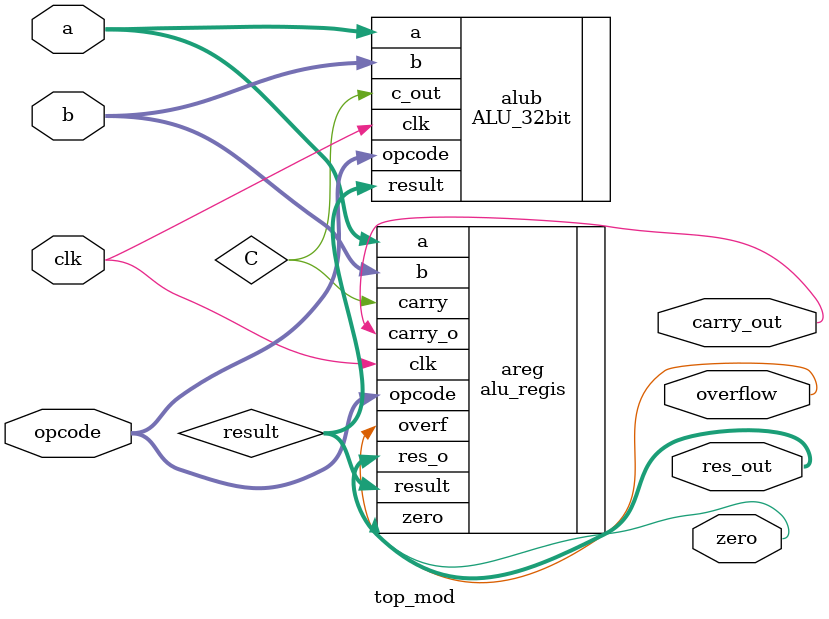
<source format=v>
`timescale 1ns / 1ps


module top_mod(res_out, overflow, zero, carry_out, a, b, opcode, clk);
parameter width = 32;

output [width - 1:0] res_out;
output overflow, zero, carry_out;
input clk;
input [width - 1:0] a, b;
input [2:0] opcode;
wire C;
wire [width - 1:0] result;


ALU_32bit #(width) alub (.result(result), .c_out(C), .a(a), .b(b), .opcode(opcode), .clk(clk));
alu_regis #(width) areg (.res_o(res_out), .carry_o(carry_out), .overf(overflow), .zero(zero), .opcode(opcode), .a(a), .b(b), .carry(C), .result(result), .clk(clk));
endmodule

</source>
